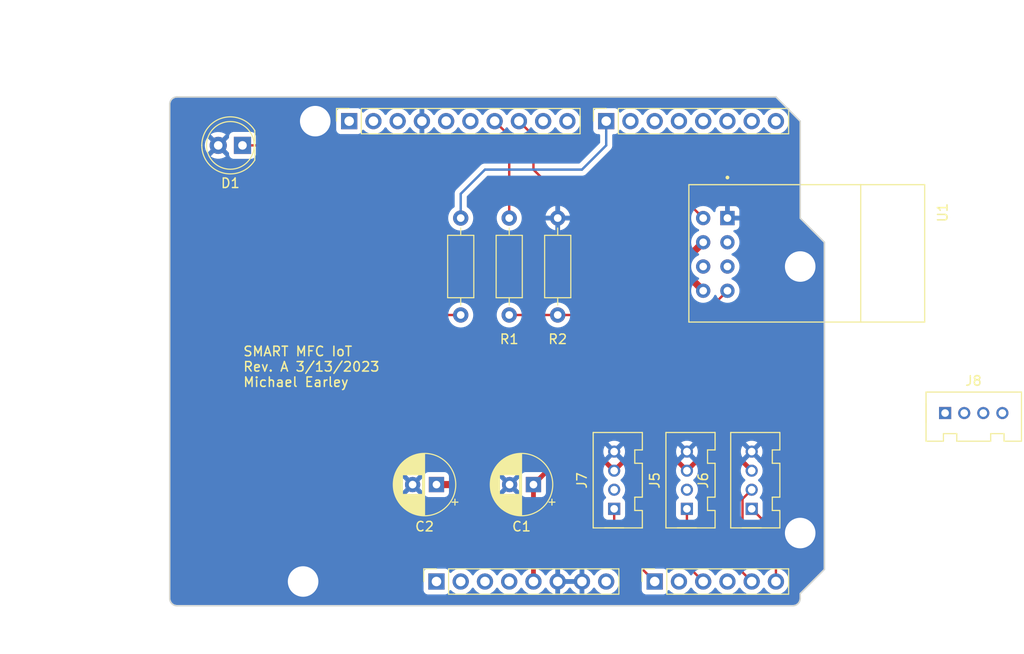
<source format=kicad_pcb>
(kicad_pcb (version 20221018) (generator pcbnew)
  (title_block (date "mar. 31 mars 2015"))
  (layers (0 "F.Cu" signal) (31 "B.Cu" signal) (34 "B.Paste" user) (35 "F.Paste" user) (36 "B.SilkS" user "B.Silkscreen") (37 "F.SilkS" user "F.Silkscreen") (38 "B.Mask" user) (39 "F.Mask" user) (44 "Edge.Cuts" user))
  (net 0 "")
  (net 1 "GND")
  (net 3 "+5V")
  (net 4 "/IOREF")
  (net 5 "/A0")
  (net 6 "/A1")
  (net 7 "/A2")
  (net 8 "/A3")
  (net 9 "/SDA{slash}A4")
  (net 10 "/SCL{slash}A5")
  (net 11 "/13")
  (net 12 "/12")
  (net 13 "/AREF")
  (net 14 "/8")
  (net 15 "/7")
  (net 16 "/*11")
  (net 17 "/*10")
  (net 18 "/*9")
  (net 19 "/4")
  (net 20 "/2")
  (net 21 "/*6")
  (net 22 "/*5")
  (net 23 "/TX{slash}1")
  (net 24 "/*3")
  (net 25 "/RX{slash}0")
  (net 26 "+3V3")
  (net 27 "VCC")
  (net 28 "/~{RESET}")
  (net 29 "Net-(U1-RXD)")
  (net 32 "+3.3V")
  (net 36 "/A4")
  (net 37 "/A5")
  (net 38 "Net-(D1-K)")
  (footprint "Connector_PinSocket_2.54mm:PinSocket_1x08_P2.54mm_Vertical" (layer "F.Cu") (at 127.94 97.46 90)
    (fp_text reference "J1" hide)
    (fp_text value "Power")
    (fp_line (start -1.33 1.27) (end -1.33 19.11) (stroke (width 0.12)) (layer "F.SilkS"))
    (fp_line (start -1.33 1.27) (end 1.33 1.27) (stroke (width 0.12)) (layer "F.SilkS"))
    (fp_line (start -1.33 19.11) (end 1.33 19.11) (stroke (width 0.12)) (layer "F.SilkS"))
    (fp_line (start 0 -1.33) (end 1.33 -1.33) (stroke (width 0.12)) (layer "F.SilkS"))
    (fp_line (start 1.33 -1.33) (end 1.33 0) (stroke (width 0.12)) (layer "F.SilkS"))
    (fp_line (start 1.33 1.27) (end 1.33 19.11) (stroke (width 0.12)) (layer "F.SilkS"))
    (pad "1" thru_hole rect locked (at 0 0 90) (size 1.7 1.7) (drill 1) (layers "*.Cu" "*.Mask"))
    (pad "2" thru_hole oval locked (at 0 2.54 90) (size 1.7 1.7) (drill 1) (layers "*.Cu" "*.Mask") (net 4 "/IOREF"))
    (pad "3" thru_hole oval locked (at 0 5.08 90) (size 1.7 1.7) (drill 1) (layers "*.Cu" "*.Mask") (net 28 "/~{RESET}"))
    (pad "4" thru_hole oval locked (at 0 7.62 90) (size 1.7 1.7) (drill 1) (layers "*.Cu" "*.Mask") (net 26 "+3V3"))
    (pad "5" thru_hole oval locked (at 0 10.16 90) (size 1.7 1.7) (drill 1) (layers "*.Cu" "*.Mask") (net 3 "+5V"))
    (pad "6" thru_hole oval locked (at 0 12.7 90) (size 1.7 1.7) (drill 1) (layers "*.Cu" "*.Mask") (net 1 "GND"))
    (pad "7" thru_hole oval locked (at 0 15.24 90) (size 1.7 1.7) (drill 1) (layers "*.Cu" "*.Mask") (net 1 "GND"))
    (pad "8" thru_hole oval locked (at 0 17.78 90) (size 1.7 1.7) (drill 1) (layers "*.Cu" "*.Mask") (net 27 "VCC"))
  )
  (footprint "Connector_PinSocket_2.54mm:PinSocket_1x06_P2.54mm_Vertical" (layer "F.Cu") (at 150.8 97.46 90)
    (fp_text reference "J3" hide)
    (fp_text value "Analog")
    (fp_line (start -1.33 1.27) (end -1.33 14.03) (stroke (width 0.12)) (layer "F.SilkS"))
    (fp_line (start -1.33 1.27) (end 1.33 1.27) (stroke (width 0.12)) (layer "F.SilkS"))
    (fp_line (start -1.33 14.03) (end 1.33 14.03) (stroke (width 0.12)) (layer "F.SilkS"))
    (fp_line (start 0 -1.33) (end 1.33 -1.33) (stroke (width 0.12)) (layer "F.SilkS"))
    (fp_line (start 1.33 -1.33) (end 1.33 0) (stroke (width 0.12)) (layer "F.SilkS"))
    (fp_line (start 1.33 1.27) (end 1.33 14.03) (stroke (width 0.12)) (layer "F.SilkS"))
    (pad "1" thru_hole rect locked (at 0 0 90) (size 1.7 1.7) (drill 1) (layers "*.Cu" "*.Mask") (net 5 "/A0"))
    (pad "2" thru_hole oval locked (at 0 2.54 90) (size 1.7 1.7) (drill 1) (layers "*.Cu" "*.Mask") (net 6 "/A1"))
    (pad "3" thru_hole oval locked (at 0 5.08 90) (size 1.7 1.7) (drill 1) (layers "*.Cu" "*.Mask") (net 7 "/A2"))
    (pad "4" thru_hole oval locked (at 0 7.62 90) (size 1.7 1.7) (drill 1) (layers "*.Cu" "*.Mask") (net 8 "/A3"))
    (pad "5" thru_hole oval locked (at 0 10.16 90) (size 1.7 1.7) (drill 1) (layers "*.Cu" "*.Mask") (net 36 "/A4"))
    (pad "6" thru_hole oval locked (at 0 12.7 90) (size 1.7 1.7) (drill 1) (layers "*.Cu" "*.Mask") (net 37 "/A5"))
  )
  (footprint "Connector_PinSocket_2.54mm:PinSocket_1x10_P2.54mm_Vertical" (layer "F.Cu") (at 118.796 49.2 90)
    (fp_text reference "J2" hide)
    (fp_text value "Digital/PWM")
    (fp_line (start -1.33 1.27) (end -1.33 24.19) (stroke (width 0.12)) (layer "F.SilkS"))
    (fp_line (start -1.33 1.27) (end 1.33 1.27) (stroke (width 0.12)) (layer "F.SilkS"))
    (fp_line (start -1.33 24.19) (end 1.33 24.19) (stroke (width 0.12)) (layer "F.SilkS"))
    (fp_line (start 0 -1.33) (end 1.33 -1.33) (stroke (width 0.12)) (layer "F.SilkS"))
    (fp_line (start 1.33 -1.33) (end 1.33 0) (stroke (width 0.12)) (layer "F.SilkS"))
    (fp_line (start 1.33 1.27) (end 1.33 24.19) (stroke (width 0.12)) (layer "F.SilkS"))
    (pad "1" thru_hole rect locked (at 0 0 90) (size 1.7 1.7) (drill 1) (layers "*.Cu" "*.Mask") (net 10 "/SCL{slash}A5"))
    (pad "2" thru_hole oval locked (at 0 2.54 90) (size 1.7 1.7) (drill 1) (layers "*.Cu" "*.Mask") (net 9 "/SDA{slash}A4"))
    (pad "3" thru_hole oval locked (at 0 5.08 90) (size 1.7 1.7) (drill 1) (layers "*.Cu" "*.Mask") (net 13 "/AREF"))
    (pad "4" thru_hole oval locked (at 0 7.62 90) (size 1.7 1.7) (drill 1) (layers "*.Cu" "*.Mask") (net 1 "GND"))
    (pad "5" thru_hole oval locked (at 0 10.16 90) (size 1.7 1.7) (drill 1) (layers "*.Cu" "*.Mask") (net 11 "/13"))
    (pad "6" thru_hole oval locked (at 0 12.7 90) (size 1.7 1.7) (drill 1) (layers "*.Cu" "*.Mask") (net 12 "/12"))
    (pad "7" thru_hole oval locked (at 0 15.24 90) (size 1.7 1.7) (drill 1) (layers "*.Cu" "*.Mask") (net 16 "/*11"))
    (pad "8" thru_hole oval locked (at 0 17.78 90) (size 1.7 1.7) (drill 1) (layers "*.Cu" "*.Mask") (net 17 "/*10"))
    (pad "9" thru_hole oval locked (at 0 20.32 90) (size 1.7 1.7) (drill 1) (layers "*.Cu" "*.Mask") (net 18 "/*9"))
    (pad "10" thru_hole oval locked (at 0 22.86 90) (size 1.7 1.7) (drill 1) (layers "*.Cu" "*.Mask") (net 14 "/8"))
  )
  (footprint "Connector_PinSocket_2.54mm:PinSocket_1x08_P2.54mm_Vertical" (layer "F.Cu") (at 145.72 49.2 90)
    (fp_text reference "J4" hide)
    (fp_text value "Digital/PWM")
    (fp_line (start -1.33 1.27) (end -1.33 19.11) (stroke (width 0.12)) (layer "F.SilkS"))
    (fp_line (start -1.33 1.27) (end 1.33 1.27) (stroke (width 0.12)) (layer "F.SilkS"))
    (fp_line (start -1.33 19.11) (end 1.33 19.11) (stroke (width 0.12)) (layer "F.SilkS"))
    (fp_line (start 0 -1.33) (end 1.33 -1.33) (stroke (width 0.12)) (layer "F.SilkS"))
    (fp_line (start 1.33 -1.33) (end 1.33 0) (stroke (width 0.12)) (layer "F.SilkS"))
    (fp_line (start 1.33 1.27) (end 1.33 19.11) (stroke (width 0.12)) (layer "F.SilkS"))
    (pad "1" thru_hole rect locked (at 0 0 90) (size 1.7 1.7) (drill 1) (layers "*.Cu" "*.Mask") (net 15 "/7"))
    (pad "2" thru_hole oval locked (at 0 2.54 90) (size 1.7 1.7) (drill 1) (layers "*.Cu" "*.Mask") (net 21 "/*6"))
    (pad "3" thru_hole oval locked (at 0 5.08 90) (size 1.7 1.7) (drill 1) (layers "*.Cu" "*.Mask") (net 22 "/*5"))
    (pad "4" thru_hole oval locked (at 0 7.62 90) (size 1.7 1.7) (drill 1) (layers "*.Cu" "*.Mask") (net 19 "/4"))
    (pad "5" thru_hole oval locked (at 0 10.16 90) (size 1.7 1.7) (drill 1) (layers "*.Cu" "*.Mask") (net 24 "/*3"))
    (pad "6" thru_hole oval locked (at 0 12.7 90) (size 1.7 1.7) (drill 1) (layers "*.Cu" "*.Mask") (net 20 "/2"))
    (pad "7" thru_hole oval locked (at 0 15.24 90) (size 1.7 1.7) (drill 1) (layers "*.Cu" "*.Mask") (net 23 "/TX{slash}1"))
    (pad "8" thru_hole oval locked (at 0 17.78 90) (size 1.7 1.7) (drill 1) (layers "*.Cu" "*.Mask") (net 25 "/RX{slash}0"))
  )
  (footprint "Resistor_THT:R_Axial_DIN0207_L6.3mm_D2.5mm_P10.16mm_Horizontal" (layer "F.Cu") (at 135.56 59.36 -90)
    (fp_text reference "R1" (at 12.7 0 -180) (layer "F.SilkS"))
    (fp_text value "1000")
    (fp_line (start 1.04 0) (end 1.81 0) (stroke (width 0.12)) (layer "F.SilkS"))
    (fp_line (start 1.81 -1.37) (end 1.81 1.37) (stroke (width 0.12)) (layer "F.SilkS"))
    (fp_line (start 1.81 1.37) (end 8.35 1.37) (stroke (width 0.12)) (layer "F.SilkS"))
    (fp_line (start 8.35 -1.37) (end 1.81 -1.37) (stroke (width 0.12)) (layer "F.SilkS"))
    (fp_line (start 8.35 1.37) (end 8.35 -1.37) (stroke (width 0.12)) (layer "F.SilkS"))
    (fp_line (start 9.12 0) (end 8.35 0) (stroke (width 0.12)) (layer "F.SilkS"))
    (pad "1" thru_hole circle (at 0 0 270) (size 1.6 1.6) (drill 0.8) (layers "*.Cu" "*.Mask") (net 16 "/*11"))
    (pad "2" thru_hole oval (at 10.16 0 270) (size 1.6 1.6) (drill 0.8) (layers "*.Cu" "*.Mask") (net 29 "Net-(U1-RXD)"))
  )
  (footprint "OPL_Connector:HW4-2.0" (layer "F.Cu") (at 146.555 86.84026 90)
    (fp_text reference "J7" (at -0.025 -3.375 90) (layer "F.SilkS"))
    (fp_text value "Light_Sensor")
    (fp_line (start -5.00086 2.95) (end -3.2 2.95) (stroke (width 0.127)) (layer "F.SilkS"))
    (fp_line (start -4.99872 -2.19964) (end -4.99872 2.95) (stroke (width 0.127)) (layer "F.SilkS"))
    (fp_line (start -4.99872 -2.19964) (end 4.99872 -2.19964) (stroke (width 0.127)) (layer "F.SilkS"))
    (fp_line (start -4.99872 -0.99822) (end -4.99872 0.99822) (stroke (width 0.127)) (layer "F.SilkS"))
    (fp_line (start -3.175 2.159) (end -1.778 2.159) (stroke (width 0.127)) (layer "F.SilkS"))
    (fp_line (start -3.175 2.95) (end -3.175 2.159) (stroke (width 0.127)) (layer "F.SilkS"))
    (fp_line (start -1.781 2.95) (end 1.775 2.95) (stroke (width 0.127)) (layer "F.SilkS"))
    (fp_line (start -1.778 2.159) (end -1.778 2.95) (stroke (width 0.127)) (layer "F.SilkS"))
    (fp_line (start 1.775 2.95) (end 1.775 2.159) (stroke (width 0.127)) (layer "F.SilkS"))
    (fp_line (start 1.778 2.159) (end 3.175 2.159) (stroke (width 0.127)) (layer "F.SilkS"))
    (fp_line (start 3.175 2.159) (end 3.175 2.95) (stroke (width 0.127)) (layer "F.SilkS"))
    (fp_line (start 3.175 2.95) (end 5 2.95) (stroke (width 0.127)) (layer "F.SilkS"))
    (fp_line (start 5 2.95) (end 5 -2.19964) (stroke (width 0.127)) (layer "F.SilkS"))
    (pad "1" thru_hole rect (at -2.99974 0 90) (size 1.27 1.27) (drill 0.79756) (layers "*.Cu" "*.Mask") (net 5 "/A0"))
    (pad "2" thru_hole circle (at -0.99822 0 90) (size 1.27 1.27) (drill 0.79756) (layers "*.Cu" "*.Mask"))
    (pad "3" thru_hole circle (at 0.99822 0 90) (size 1.27 1.27) (drill 0.79756) (layers "*.Cu" "*.Mask") (net 3 "+5V"))
    (pad "4" thru_hole circle (at 2.99974 0 90) (size 1.27 1.27) (drill 0.79756) (layers "*.Cu" "*.Mask") (net 1 "GND"))
  )
  (footprint "OPL_Connector:HW4-2.0" (layer "F.Cu") (at 160.96 86.84026 90)
    (fp_text reference "J6" (at -0.025 -5.08 90) (layer "F.SilkS"))
    (fp_text value "Temperature_Sensor")
    (fp_line (start -5.00086 2.95) (end -3.2 2.95) (stroke (width 0.127)) (layer "F.SilkS"))
    (fp_line (start -4.99872 -2.19964) (end -4.99872 2.95) (stroke (width 0.127)) (layer "F.SilkS"))
    (fp_line (start -4.99872 -2.19964) (end 4.99872 -2.19964) (stroke (width 0.127)) (layer "F.SilkS"))
    (fp_line (start -4.99872 -0.99822) (end -4.99872 0.99822) (stroke (width 0.127)) (layer "F.SilkS"))
    (fp_line (start -3.175 2.159) (end -1.778 2.159) (stroke (width 0.127)) (layer "F.SilkS"))
    (fp_line (start -3.175 2.95) (end -3.175 2.159) (stroke (width 0.127)) (layer "F.SilkS"))
    (fp_line (start -1.781 2.95) (end 1.775 2.95) (stroke (width 0.127)) (layer "F.SilkS"))
    (fp_line (start -1.778 2.159) (end -1.778 2.95) (stroke (width 0.127)) (layer "F.SilkS"))
    (fp_line (start 1.775 2.95) (end 1.775 2.159) (stroke (width 0.127)) (layer "F.SilkS"))
    (fp_line (start 1.778 2.159) (end 3.175 2.159) (stroke (width 0.127)) (layer "F.SilkS"))
    (fp_line (start 3.175 2.159) (end 3.175 2.95) (stroke (width 0.127)) (layer "F.SilkS"))
    (fp_line (start 3.175 2.95) (end 5 2.95) (stroke (width 0.127)) (layer "F.SilkS"))
    (fp_line (start 5 2.95) (end 5 -2.19964) (stroke (width 0.127)) (layer "F.SilkS"))
    (pad "1" thru_hole rect (at -2.99974 0 90) (size 1.27 1.27) (drill 0.79756) (layers "*.Cu" "*.Mask") (net 37 "/A5"))
    (pad "2" thru_hole circle (at -0.99822 0 90) (size 1.27 1.27) (drill 0.79756) (layers "*.Cu" "*.Mask") (net 36 "/A4"))
    (pad "3" thru_hole circle (at 0.99822 0 90) (size 1.27 1.27) (drill 0.79756) (layers "*.Cu" "*.Mask") (net 3 "+5V"))
    (pad "4" thru_hole circle (at 2.99974 0 90) (size 1.27 1.27) (drill 0.79756) (layers "*.Cu" "*.Mask") (net 1 "GND"))
  )
  (footprint "Resistor_THT:R_Axial_DIN0207_L6.3mm_D2.5mm_P10.16mm_Horizontal" (layer "F.Cu") (at 130.48 59.36 -90)
    (fp_text reference "R3" hide)
    (fp_text value "R")
    (fp_line (start 1.04 0) (end 1.81 0) (stroke (width 0.12)) (layer "F.SilkS"))
    (fp_line (start 1.81 -1.37) (end 1.81 1.37) (stroke (width 0.12)) (layer "F.SilkS"))
    (fp_line (start 1.81 1.37) (end 8.35 1.37) (stroke (width 0.12)) (layer "F.SilkS"))
    (fp_line (start 8.35 -1.37) (end 1.81 -1.37) (stroke (width 0.12)) (layer "F.SilkS"))
    (fp_line (start 8.35 1.37) (end 8.35 -1.37) (stroke (width 0.12)) (layer "F.SilkS"))
    (fp_line (start 9.12 0) (end 8.35 0) (stroke (width 0.12)) (layer "F.SilkS"))
    (pad "1" thru_hole circle (at 0 0 270) (size 1.6 1.6) (drill 0.8) (layers "*.Cu" "*.Mask") (net 15 "/7"))
    (pad "2" thru_hole oval (at 10.16 0 270) (size 1.6 1.6) (drill 0.8) (layers "*.Cu" "*.Mask") (net 38 "Net-(D1-K)"))
  )
  (footprint "Capacitor_THT:CP_Radial_D6.3mm_P2.50mm" (layer "F.Cu") (at 127.94 87.3 180)
    (fp_text reference "C2" (at 1.25 -4.4) (layer "F.SilkS"))
    (fp_text value "C_Polarized_US")
    (fp_line (start -2.250241 -1.839) (end -1.620241 -1.839) (stroke (width 0.12)) (layer "F.SilkS"))
    (fp_line (start -1.935241 -2.154) (end -1.935241 -1.524) (stroke (width 0.12)) (layer "F.SilkS"))
    (fp_line (start 1.25 -3.23) (end 1.25 3.23) (stroke (width 0.12)) (layer "F.SilkS"))
    (fp_line (start 1.29 -3.23) (end 1.29 3.23) (stroke (width 0.12)) (layer "F.SilkS"))
    (fp_line (start 1.33 -3.23) (end 1.33 3.23) (stroke (width 0.12)) (layer "F.SilkS"))
    (fp_line (start 1.37 -3.228) (end 1.37 3.228) (stroke (width 0.12)) (layer "F.SilkS"))
    (fp_line (start 1.41 -3.227) (end 1.41 3.227) (stroke (width 0.12)) (layer "F.SilkS"))
    (fp_line (start 1.45 -3.224) (end 1.45 3.224) (stroke (width 0.12)) (layer "F.SilkS"))
    (fp_line (start 1.49 -3.222) (end 1.49 -1.04) (stroke (width 0.12)) (layer "F.SilkS"))
    (fp_line (start 1.49 1.04) (end 1.49 3.222) (stroke (width 0.12)) (layer "F.SilkS"))
    (fp_line (start 1.53 -3.218) (end 1.53 -1.04) (stroke (width 0.12)) (layer "F.SilkS"))
    (fp_line (start 1.53 1.04) (end 1.53 3.218) (stroke (width 0.12)) (layer "F.SilkS"))
    (fp_line (start 1.57 -3.215) (end 1.57 -1.04) (stroke (width 0.12)) (layer "F.SilkS"))
    (fp_line (start 1.57 1.04) (end 1.57 3.215) (stroke (width 0.12)) (layer "F.SilkS"))
    (fp_line (start 1.61 -3.211) (end 1.61 -1.04) (stroke (width 0.12)) (layer "F.SilkS"))
    (fp_line (start 1.61 1.04) (end 1.61 3.211) (stroke (width 0.12)) (layer "F.SilkS"))
    (fp_line (start 1.65 -3.206) (end 1.65 -1.04) (stroke (width 0.12)) (layer "F.SilkS"))
    (fp_line (start 1.65 1.04) (end 1.65 3.206) (stroke (width 0.12)) (layer "F.SilkS"))
    (fp_line (start 1.69 -3.201) (end 1.69 -1.04) (stroke (width 0.12)) (layer "F.SilkS"))
    (fp_line (start 1.69 1.04) (end 1.69 3.201) (stroke (width 0.12)) (layer "F.SilkS"))
    (fp_line (start 1.73 -3.195) (end 1.73 -1.04) (stroke (width 0.12)) (layer "F.SilkS"))
    (fp_line (start 1.73 1.04) (end 1.73 3.195) (stroke (width 0.12)) (layer "F.SilkS"))
    (fp_line (start 1.77 -3.189) (end 1.77 -1.04) (stroke (width 0.12)) (layer "F.SilkS"))
    (fp_line (start 1.77 1.04) (end 1.77 3.189) (stroke (width 0.12)) (layer "F.SilkS"))
    (fp_line (start 1.81 -3.182) (end 1.81 -1.04) (stroke (width 0.12)) (layer "F.SilkS"))
    (fp_line (start 1.81 1.04) (end 1.81 3.182) (stroke (width 0.12)) (layer "F.SilkS"))
    (fp_line (start 1.85 -3.175) (end 1.85 -1.04) (stroke (width 0.12)) (layer "F.SilkS"))
    (fp_line (start 1.85 1.04) (end 1.85 3.175) (stroke (width 0.12)) (layer "F.SilkS"))
    (fp_line (start 1.89 -3.167) (end 1.89 -1.04) (stroke (width 0.12)) (layer "F.SilkS"))
    (fp_line (start 1.89 1.04) (end 1.89 3.167) (stroke (width 0.12)) (layer "F.SilkS"))
    (fp_line (start 1.93 -3.159) (end 1.93 -1.04) (stroke (width 0.12)) (layer "F.SilkS"))
    (fp_line (start 1.93 1.04) (end 1.93 3.159) (stroke (width 0.12)) (layer "F.SilkS"))
    (fp_line (start 1.971 -3.15) (end 1.971 -1.04) (stroke (width 0.12)) (layer "F.SilkS"))
    (fp_line (start 1.971 1.04) (end 1.971 3.15) (stroke (width 0.12)) (layer "F.SilkS"))
    (fp_line (start 2.011 -3.141) (end 2.011 -1.04) (stroke (width 0.12)) (layer "F.SilkS"))
    (fp_line (start 2.011 1.04) (end 2.011 3.141) (stroke (width 0.12)) (layer "F.SilkS"))
    (fp_line (start 2.051 -3.131) (end 2.051 -1.04) (stroke (width 0.12)) (layer "F.SilkS"))
    (fp_line (start 2.051 1.04) (end 2.051 3.131) (stroke (width 0.12)) (layer "F.SilkS"))
    (fp_line (start 2.091 -3.121) (end 2.091 -1.04) (stroke (width 0.12)) (layer "F.SilkS"))
    (fp_line (start 2.091 1.04) (end 2.091 3.121) (stroke (width 0.12)) (layer "F.SilkS"))
    (fp_line (start 2.131 -3.11) (end 2.131 -1.04) (stroke (width 0.12)) (layer "F.SilkS"))
    (fp_line (start 2.131 1.04) (end 2.131 3.11) (stroke (width 0.12)) (layer "F.SilkS"))
    (fp_line (start 2.171 -3.098) (end 2.171 -1.04) (stroke (width 0.12)) (layer "F.SilkS"))
    (fp_line (start 2.171 1.04) (end 2.171 3.098) (stroke (width 0.12)) (layer "F.SilkS"))
    (fp_line (start 2.211 -3.086) (end 2.211 -1.04) (stroke (width 0.12)) (layer "F.SilkS"))
    (fp_line (start 2.211 1.04) (end 2.211 3.086) (stroke (width 0.12)) (layer "F.SilkS"))
    (fp_line (start 2.251 -3.074) (end 2.251 -1.04) (stroke (width 0.12)) (layer "F.SilkS"))
    (fp_line (start 2.251 1.04) (end 2.251 3.074) (stroke (width 0.12)) (layer "F.SilkS"))
    (fp_line (start 2.291 -3.061) (end 2.291 -1.04) (stroke (width 0.12)) (layer "F.SilkS"))
    (fp_line (start 2.291 1.04) (end 2.291 3.061) (stroke (width 0.12)) (layer "F.SilkS"))
    (fp_line (start 2.331 -3.047) (end 2.331 -1.04) (stroke (width 0.12)) (layer "F.SilkS"))
    (fp_line (start 2.331 1.04) (end 2.331 3.047) (stroke (width 0.12)) (layer "F.SilkS"))
    (fp_line (start 2.371 -3.033) (end 2.371 -1.04) (stroke (width 0.12)) (layer "F.SilkS"))
    (fp_line (start 2.371 1.04) (end 2.371 3.033) (stroke (width 0.12)) (layer "F.SilkS"))
    (fp_line (start 2.411 -3.018) (end 2.411 -1.04) (stroke (width 0.12)) (layer "F.SilkS"))
    (fp_line (start 2.411 1.04) (end 2.411 3.018) (stroke (width 0.12)) (layer "F.SilkS"))
    (fp_line (start 2.451 -3.002) (end 2.451 -1.04) (stroke (width 0.12)) (layer "F.SilkS"))
    (fp_line (start 2.451 1.04) (end 2.451 3.002) (stroke (width 0.12)) (layer "F.SilkS"))
    (fp_line (start 2.491 -2.986) (end 2.491 -1.04) (stroke (width 0.12)) (layer "F.SilkS"))
    (fp_line (start 2.491 1.04) (end 2.491 2.986) (stroke (width 0.12)) (layer "F.SilkS"))
    (fp_line (start 2.531 -2.97) (end 2.531 -1.04) (stroke (width 0.12)) (layer "F.SilkS"))
    (fp_line (start 2.531 1.04) (end 2.531 2.97) (stroke (width 0.12)) (layer "F.SilkS"))
    (fp_line (start 2.571 -2.952) (end 2.571 -1.04) (stroke (width 0.12)) (layer "F.SilkS"))
    (fp_line (start 2.571 1.04) (end 2.571 2.952) (stroke (width 0.12)) (layer "F.SilkS"))
    (fp_line (start 2.611 -2.934) (end 2.611 -1.04) (stroke (width 0.12)) (layer "F.SilkS"))
    (fp_line (start 2.611 1.04) (end 2.611 2.934) (stroke (width 0.12)) (layer "F.SilkS"))
    (fp_line (start 2.651 -2.916) (end 2.651 -1.04) (stroke (width 0.12)) (layer "F.SilkS"))
    (fp_line (start 2.651 1.04) (end 2.651 2.916) (stroke (width 0.12)) (layer "F.SilkS"))
    (fp_line (start 2.691 -2.896) (end 2.691 -1.04) (stroke (width 0.12)) (layer "F.SilkS"))
    (fp_line (start 2.691 1.04) (end 2.691 2.896) (stroke (width 0.12)) (layer "F.SilkS"))
    (fp_line (start 2.731 -2.876) (end 2.731 -1.04) (stroke (width 0.12)) (layer "F.SilkS"))
    (fp_line (start 2.731 1.04) (end 2.731 2.876) (stroke (width 0.12)) (layer "F.SilkS"))
    (fp_line (start 2.771 -2.856) (end 2.771 -1.04) (stroke (width 0.12)) (layer "F.SilkS"))
    (fp_line (start 2.771 1.04) (end 2.771 2.856) (stroke (width 0.12)) (layer "F.SilkS"))
    (fp_line (start 2.811 -2.834) (end 2.811 -1.04) (stroke (width 0.12)) (layer "F.SilkS"))
    (fp_line (start 2.811 1.04) (end 2.811 2.834) (stroke (width 0.12)) (layer "F.SilkS"))
    (fp_line (start 2.851 -2.812) (end 2.851 -1.04) (stroke (width 0.12)) (layer "F.SilkS"))
    (fp_line (start 2.851 1.04) (end 2.851 2.812) (stroke (width 0.12)) (layer "F.SilkS"))
    (fp_line (start 2.891 -2.79) (end 2.891 -1.04) (stroke (width 0.12)) (layer "F.SilkS"))
    (fp_line (start 2.891 1.04) (end 2.891 2.79) (stroke (width 0.12)) (layer "F.SilkS"))
    (fp_line (start 2.931 -2.766) (end 2.931 -1.04) (stroke (width 0.12)) (layer "F.SilkS"))
    (fp_line (start 2.931 1.04) (end 2.931 2.766) (stroke (width 0.12)) (layer "F.SilkS"))
    (fp_line (start 2.971 -2.742) (end 2.971 -1.04) (stroke (width 0.12)) (layer "F.SilkS"))
    (fp_line (start 2.971 1.04) (end 2.971 2.742) (stroke (width 0.12)) (layer "F.SilkS"))
    (fp_line (start 3.011 -2.716) (end 3.011 -1.04) (stroke (width 0.12)) (layer "F.SilkS"))
    (fp_line (start 3.011 1.04) (end 3.011 2.716) (stroke (width 0.12)) (layer "F.SilkS"))
    (fp_line (start 3.051 -2.69) (end 3.051 -1.04) (stroke (width 0.12)) (layer "F.SilkS"))
    (fp_line (start 3.051 1.04) (end 3.051 2.69) (stroke (width 0.12)) (layer "F.SilkS"))
    (fp_line (start 3.091 -2.664) (end 3.091 -1.04) (stroke (width 0.12)) (layer "F.SilkS"))
    (fp_line (start 3.091 1.04) (end 3.091 2.664) (stroke (width 0.12)) (layer "F.SilkS"))
    (fp_line (start 3.131 -2.636) (end 3.131 -1.04) (stroke (width 0.12)) (layer "F.SilkS"))
    (fp_line (start 3.131 1.04) (end 3.131 2.636) (stroke (width 0.12)) (layer "F.SilkS"))
    (fp_line (start 3.171 -2.607) (end 3.171 -1.04) (stroke (width 0.12)) (layer "F.SilkS"))
    (fp_line (start 3.171 1.04) (end 3.171 2.607) (stroke (width 0.12)) (layer "F.SilkS"))
    (fp_line (start 3.211 -2.578) (end 3.211 -1.04) (stroke (width 0.12)) (layer "F.SilkS"))
    (fp_line (start 3.211 1.04) (end 3.211 2.578) (stroke (width 0.12)) (layer "F.SilkS"))
    (fp_line (start 3.251 -2.548) (end 3.251 -1.04) (stroke (width 0.12)) (layer "F.SilkS"))
    (fp_line (start 3.251 1.04) (end 3.251 2.548) (stroke (width 0.12)) (layer "F.SilkS"))
    (fp_line (start 3.291 -2.516) (end 3.291 -1.04) (stroke (width 0.12)) (layer "F.SilkS"))
    (fp_line (start 3.291 1.04) (end 3.291 2.516) (stroke (width 0.12)) (layer "F.SilkS"))
    (fp_line (start 3.331 -2.484) (end 3.331 -1.04) (stroke (width 0.12)) (layer "F.SilkS"))
    (fp_line (start 3.331 1.04) (end 3.331 2.484) (stroke (width 0.12)) (layer "F.SilkS"))
    (fp_line (start 3.371 -2.45) (end 3.371 -1.04) (stroke (width 0.12)) (layer "F.SilkS"))
    (fp_line (start 3.371 1.04) (end 3.371 2.45) (stroke (width 0.12)) (layer "F.SilkS"))
    (fp_line (start 3.411 -2.416) (end 3.411 -1.04) (stroke (width 0.12)) (layer "F.SilkS"))
    (fp_line (start 3.411 1.04) (end 3.411 2.416) (stroke (width 0.12)) (layer "F.SilkS"))
    (fp_line (start 3.451 -2.38) (end 3.451 -1.04) (stroke (width 0.12)) (layer "F.SilkS"))
    (fp_line (start 3.451 1.04) (end 3.451 2.38) (stroke (width 0.12)) (layer "F.SilkS"))
    (fp_line (start 3.491 -2.343) (end 3.491 -1.04) (stroke (width 0.12)) (layer "F.SilkS"))
    (fp_line (start 3.491 1.04) (end 3.491 2.343) (stroke (width 0.12)) (layer "F.SilkS"))
    (fp_line (start 3.531 -2.305) (end 3.531 -1.04) (stroke (width 0.12)) (layer "F.SilkS"))
    (fp_line (start 3.531 1.04) (end 3.531 2.305) (stroke (width 0.12)) (layer "F.SilkS"))
    (fp_line (start 3.571 -2.265) (end 3.571 2.265) (stroke (width 0.12)) (layer "F.SilkS"))
    (fp_line (start 3.611 -2.224) (end 3.611 2.224) (stroke (width 0.12)) (layer "F.SilkS"))
    (fp_line (start 3.651 -2.182) (end 3.651 2.182) (stroke (width 0.12)) (layer "F.SilkS"))
    (fp_line (start 3.691 -2.137) (end 3.691 2.137) (stroke (width 0.12)) (layer "F.SilkS"))
    (fp_line (start 3.731 -2.092) (end 3.731 2.092) (stroke (width 0.12)) (layer "F.SilkS"))
    (fp_line (start 3.771 -2.044) (end 3.771 2.044) (stroke (width 0.12)) (layer "F.SilkS"))
    (fp_line (start 3.811 -1.995) (end 3.811 1.995) (stroke (width 0.12)) (layer "F.SilkS"))
    (fp_line (start 3.851 -1.944) (end 3.851 1.944) (stroke (width 0.12)) (layer "F.SilkS"))
    (fp_line (start 3.891 -1.89) (end 3.891 1.89) (stroke (width 0.12)) (layer "F.SilkS"))
    (fp_line (start 3.931 -1.834) (end 3.931 1.834) (stroke (width 0.12)) (layer "F.SilkS"))
    (fp_line (start 3.971 -1.776) (end 3.971 1.776) (stroke (width 0.12)) (layer "F.SilkS"))
    (fp_line (start 4.011 -1.714) (end 4.011 1.714) (stroke (width 0.12)) (layer "F.SilkS"))
    (fp_line (start 4.051 -1.65) (end 4.051 1.65) (stroke (width 0.12)) (layer "F.SilkS"))
    (fp_line (start 4.091 -1.581) (end 4.091 1.581) (stroke (width 0.12)) (layer "F.SilkS"))
    (fp_line (start 4.131 -1.509) (end 4.131 1.509) (stroke (width 0.12)) (layer "F.SilkS"))
    (fp_line (start 4.171 -1.432) (end 4.171 1.432) (stroke (width 0.12)) (layer "F.SilkS"))
    (fp_line (start 4.211 -1.35) (end 4.211 1.35) (stroke (width 0.12)) (layer "F.SilkS"))
    (fp_line (start 4.251 -1.262) (end 4.251 1.262) (stroke (width 0.12)) (layer "F.SilkS"))
    (fp_line (start 4.291 -1.165) (end 4.291 1.165) (stroke (width 0.12)) (layer "F.SilkS"))
    (fp_line (start 4.331 -1.059) (end 4.331 1.059) (stroke (width 0.12)) (layer "F.SilkS"))
    (fp_line (start 4.371 -0.94) (end 4.371 0.94) (stroke (width 0.12)) (layer "F.SilkS"))
    (fp_line (start 4.411 -0.802) (end 4.411 0.802) (stroke (width 0.12)) (layer "F.SilkS"))
    (fp_line (start 4.451 -0.633) (end 4.451 0.633) (stroke (width 0.12)) (layer "F.SilkS"))
    (fp_line (start 4.491 -0.402) (end 4.491 0.402) (stroke (width 0.12)) (layer "F.SilkS"))
    (fp_circle (center 1.25 0) (end 4.52 0) (stroke (width 0.12)) (fill none) (layer "F.SilkS"))
    (pad "1" thru_hole rect (at 0 0 180) (size 1.6 1.6) (drill 0.8) (layers "*.Cu" "*.Mask") (net 32 "+3.3V"))
    (pad "2" thru_hole circle (at 2.5 0 180) (size 1.6 1.6) (drill 0.8) (layers "*.Cu" "*.Mask") (net 1 "GND"))
  )
  (footprint "Arduino_MountingHole:MountingHole_3.2mm" (layer "F.Cu") (at 115.24 49.2)
    (fp_text reference "MH1" hide)
    (fp_text value "MountingHole_3.2mm" hide)
    (pad "" np_thru_hole circle locked (at 0 0) (size 3.2 3.2) (drill 3.2) (layers "*.Cu" "*.Mask"))
  )
  (footprint "LED_THT:LED_D5.0mm" (layer "F.Cu") (at 107.62 51.74 180)
    (fp_text reference "D1" (at 1.27 -3.96) (layer "F.SilkS"))
    (fp_text value "Soil Moisture Threshold")
    (fp_line (start -1.29 -1.545) (end -1.29 1.545) (stroke (width 0.12)) (layer "F.SilkS"))
    (fp_arc (start -1.29 -1.54483) (mid 2.072002 -2.880433) (end 4.26 0.000462) (stroke (width 0.12)) (layer "F.SilkS"))
    (fp_arc (start 4.26 -0.000462) (mid 2.072002 2.880433) (end -1.29 1.54483) (stroke (width 0.12)) (layer "F.SilkS"))
    (fp_circle (center 1.27 0) (end 3.77 0) (stroke (width 0.12)) (fill none) (layer "F.SilkS"))
    (pad "1" thru_hole rect (at 0 0 180) (size 1.8 1.8) (drill 0.9) (layers "*.Cu" "*.Mask") (net 38 "Net-(D1-K)"))
    (pad "2" thru_hole circle (at 2.54 0 180) (size 1.8 1.8) (drill 0.9) (layers "*.Cu" "*.Mask") (net 1 "GND"))
  )
  (footprint "Resistor_THT:R_Axial_DIN0207_L6.3mm_D2.5mm_P10.16mm_Horizontal" (layer "F.Cu") (at 140.64 69.52 90)
    (fp_text reference "R2" (at -2.54 0 180) (layer "F.SilkS"))
    (fp_text value "2000")
    (fp_line (start 1.04 0) (end 1.81 0) (stroke (width 0.12)) (layer "F.SilkS"))
    (fp_line (start 1.81 -1.37) (end 1.81 1.37) (stroke (width 0.12)) (layer "F.SilkS"))
    (fp_line (start 1.81 1.37) (end 8.35 1.37) (stroke (width 0.12)) (layer "F.SilkS"))
    (fp_line (start 8.35 -1.37) (end 1.81 -1.37) (stroke (width 0.12)) (layer "F.SilkS"))
    (fp_line (start 8.35 1.37) (end 8.35 -1.37) (stroke (width 0.12)) (layer "F.SilkS"))
    (fp_line (start 9.12 0) (end 8.35 0) (stroke (width 0.12)) (layer "F.SilkS"))
    (pad "1" thru_hole circle (at 0 0 90) (size 1.6 1.6) (drill 0.8) (layers "*.Cu" "*.Mask") (net 29 "Net-(U1-RXD)"))
    (pad "2" thru_hole oval (at 10.16 0 90) (size 1.6 1.6) (drill 0.8) (layers "*.Cu" "*.Mask") (net 1 "GND"))
  )
  (footprint "OPL_Connector:HW4-2.0" (layer "F.Cu") (at 184.22 79.8)
    (fp_text reference "J8" (at -0.025 -3.375) (layer "F.SilkS"))
    (fp_text value "LCD")
    (fp_line (start -5.00086 2.95) (end -3.2 2.95) (stroke (width 0.127)) (layer "F.SilkS"))
    (fp_line (start -4.99872 -2.19964) (end -4.99872 2.95) (stroke (width 0.127)) (layer "F.SilkS"))
    (fp_line (start -4.99872 -2.19964) (end 4.99872 -2.19964) (stroke (width 0.127)) (layer "F.SilkS"))
    (fp_line (start -4.99872 -0.99822) (end -4.99872 0.99822) (stroke (width 0.127)) (layer "F.SilkS"))
    (fp_line (start -3.175 2.159) (end -1.778 2.159) (stroke (width 0.127)) (layer "F.SilkS"))
    (fp_line (start -3.175 2.95) (end -3.175 2.159) (stroke (width 0.127)) (layer "F.SilkS"))
    (fp_line (start -1.781 2.95) (end 1.775 2.95) (stroke (width 0.127)) (layer "F.SilkS"))
    (fp_line (start -1.778 2.159) (end -1.778 2.95) (stroke (width 0.127)) (layer "F.SilkS"))
    (fp_line (start 1.775 2.95) (end 1.775 2.159) (stroke (width 0.127)) (layer "F.SilkS"))
    (fp_line (start 1.778 2.159) (end 3.175 2.159) (stroke (width 0.127)) (layer "F.SilkS"))
    (fp_line (start 3.175 2.159) (end 3.175 2.95) (stroke (width 0.127)) (layer "F.SilkS"))
    (fp_line (start 3.175 2.95) (end 5 2.95) (stroke (width 0.127)) (layer "F.SilkS"))
    (fp_line (start 5 2.95) (end 5 -2.19964) (stroke (width 0.127)) (layer "F.SilkS"))
    (pad "1" thru_hole rect (at -2.99974 0) (size 1.27 1.27) (drill 0.79756) (layers "*.Cu" "*.Mask"))
    (pad "2" thru_hole circle (at -0.99822 0) (size 1.27 1.27) (drill 0.79756) (layers "*.Cu" "*.Mask"))
    (pad "3" thru_hole circle (at 0.99822 0) (size 1.27 1.27) (drill 0.79756) (layers "*.Cu" "*.Mask"))
    (pad "4" thru_hole circle (at 2.99974 0) (size 1.27 1.27) (drill 0.79756) (layers "*.Cu" "*.Mask"))
  )
  (footprint "ESP8266-01_ESP-01:XCVR_ESP8266-01_ESP-01" (layer "F.Cu") (at 166.73 63.17 -90)
    (fp_text reference "U1" (at -4.385 -14.235 90) (layer "F.SilkS"))
    (fp_text value "ESP8266-01/ESP-01")
    (fp_line (start -7.31 -12.35) (end 7.09 -12.35) (stroke (width 0.127)) (layer "F.SilkS"))
    (fp_line (start -7.31 -5.65) (end -7.31 -12.35) (stroke (width 0.127)) (layer "F.SilkS"))
    (fp_line (start -7.31 12.35) (end -7.31 -5.65) (stroke (width 0.127)) (layer "F.SilkS"))
    (fp_line (start 7.09 -12.35) (end 7.09 -5.65) (stroke (width 0.127)) (layer "F.SilkS"))
    (fp_line (start 7.09 -5.65) (end -7.31 -5.65) (stroke (width 0.127)) (layer "F.SilkS"))
    (fp_line (start 7.09 -5.65) (end 7.09 12.35) (stroke (width 0.127)) (layer "F.SilkS"))
    (fp_line (start 7.09 12.35) (end -7.31 12.35) (stroke (width 0.127)) (layer "F.SilkS"))
    (fp_circle (center -8.06 8.31) (end -7.96 8.31) (stroke (width 0.2)) (fill none) (layer "F.SilkS"))
    (pad "1" thru_hole rect (at -3.81 8.31 270) (size 1.5 1.5) (drill 0.8) (layers "*.Cu" "*.Mask") (net 1 "GND"))
    (pad "2" thru_hole circle (at -1.27 8.31 270) (size 1.5 1.5) (drill 0.8) (layers "*.Cu" "*.Mask"))
    (pad "3" thru_hole circle (at 1.27 8.31 270) (size 1.5 1.5) (drill 0.8) (layers "*.Cu" "*.Mask"))
    (pad "4" thru_hole circle (at 3.81 8.31 270) (size 1.5 1.5) (drill 0.8) (layers "*.Cu" "*.Mask") (net 29 "Net-(U1-RXD)"))
    (pad "5" thru_hole circle (at -3.81 10.85 270) (size 1.5 1.5) (drill 0.8) (layers "*.Cu" "*.Mask") (net 17 "/*10"))
    (pad "6" thru_hole circle (at -1.27 10.85 270) (size 1.5 1.5) (drill 0.8) (layers "*.Cu" "*.Mask") (net 32 "+3.3V"))
    (pad "7" thru_hole circle (at 1.27 10.85 270) (size 1.5 1.5) (drill 0.8) (layers "*.Cu" "*.Mask"))
    (pad "8" thru_hole circle (at 3.81 10.85 270) (size 1.5 1.5) (drill 0.8) (layers "*.Cu" "*.Mask") (net 32 "+3.3V"))
  )
  (footprint "Arduino_MountingHole:MountingHole_3.2mm" (layer "F.Cu") (at 113.97 97.46)
    (fp_text reference "MH2" hide)
    (fp_text value "MountingHole_3.2mm" hide)
    (pad "" np_thru_hole circle locked (at 0 0) (size 3.2 3.2) (drill 3.2) (layers "*.Cu" "*.Mask"))
  )
  (footprint "Arduino_MountingHole:MountingHole_3.2mm" (layer "F.Cu") (at 166.04 64.44)
    (fp_text reference "MH3" hide)
    (fp_text value "MountingHole_3.2mm" hide)
    (pad "" np_thru_hole circle locked (at 0 0) (size 3.2 3.2) (drill 3.2) (layers "*.Cu" "*.Mask"))
  )
  (footprint "Arduino_MountingHole:MountingHole_3.2mm" (layer "F.Cu") (at 166.04 92.38)
    (fp_text reference "MH4" hide)
    (fp_text value "MountingHole_3.2mm" hide)
    (pad "" np_thru_hole circle locked (at 0 0) (size 3.2 3.2) (drill 3.2) (layers "*.Cu" "*.Mask"))
  )
  (footprint "Capacitor_THT:CP_Radial_D6.3mm_P2.50mm" (layer "F.Cu") (at 138.1 87.3 180)
    (fp_text reference "C1" (at 1.25 -4.4) (layer "F.SilkS"))
    (fp_text value "C_Polarized_US")
    (fp_line (start -2.250241 -1.839) (end -1.620241 -1.839) (stroke (width 0.12)) (layer "F.SilkS"))
    (fp_line (start -1.935241 -2.154) (end -1.935241 -1.524) (stroke (width 0.12)) (layer "F.SilkS"))
    (fp_line (start 1.25 -3.23) (end 1.25 3.23) (stroke (width 0.12)) (layer "F.SilkS"))
    (fp_line (start 1.29 -3.23) (end 1.29 3.23) (stroke (width 0.12)) (layer "F.SilkS"))
    (fp_line (start 1.33 -3.23) (end 1.33 3.23) (stroke (width 0.12)) (layer "F.SilkS"))
    (fp_line (start 1.37 -3.228) (end 1.37 3.228) (stroke (width 0.12)) (layer "F.SilkS"))
    (fp_line (start 1.41 -3.227) (end 1.41 3.227) (stroke (width 0.12)) (layer "F.SilkS"))
    (fp_line (start 1.45 -3.224) (end 1.45 3.224) (stroke (width 0.12)) (layer "F.SilkS"))
    (fp_line (start 1.49 -3.222) (end 1.49 -1.04) (stroke (width 0.12)) (layer "F.SilkS"))
    (fp_line (start 1.49 1.04) (end 1.49 3.222) (stroke (width 0.12)) (layer "F.SilkS"))
    (fp_line (start 1.53 -3.218) (end 1.53 -1.04) (stroke (width 0.12)) (layer "F.SilkS"))
    (fp_line (start 1.53 1.04) (end 1.53 3.218) (stroke (width 0.12)) (layer "F.SilkS"))
    (fp_line (start 1.57 -3.215) (end 1.57 -1.04) (stroke (width 0.12)) (layer "F.SilkS"))
    (fp_line (start 1.57 1.04) (end 1.57 3.215) (stroke (width 0.12)) (layer "F.SilkS"))
    (fp_line (start 1.61 -3.211) (end 1.61 -1.04) (stroke (width 0.12)) (layer "F.SilkS"))
    (fp_line (start 1.61 1.04) (end 1.61 3.211) (stroke (width 0.12)) (layer "F.SilkS"))
    (fp_line (start 1.65 -3.206) (end 1.65 -1.04) (stroke (width 0.12)) (layer "F.SilkS"))
    (fp_line (start 1.65 1.04) (end 1.65 3.206) (stroke (width 0.12)) (layer "F.SilkS"))
    (fp_line (start 1.69 -3.201) (end 1.69 -1.04) (stroke (width 0.12)) (layer "F.SilkS"))
    (fp_line (start 1.69 1.04) (end 1.69 3.201) (stroke (width 0.12)) (layer "F.SilkS"))
    (fp_line (start 1.73 -3.195) (end 1.73 -1.04) (stroke (width 0.12)) (layer "F.SilkS"))
    (fp_line (start 1.73 1.04) (end 1.73 3.195) (stroke (width 0.12)) (layer "F.SilkS"))
    (fp_line (start 1.77 -3.189) (end 1.77 -1.04) (stroke (width 0.12)) (layer "F.SilkS"))
    (fp_line (start 1.77 1.04) (end 1.77 3.189) (stroke (width 0.12)) (layer "F.SilkS"))
    (fp_line (start 1.81 -3.182) (end 1.81 -1.04) (stroke (width 0.12)) (layer "F.SilkS"))
    (fp_line (start 1.81 1.04) (end 1.81 3.182) (stroke (width 0.12)) (layer "F.SilkS"))
    (fp_line (start 1.85 -3.175) (end 1.85 -1.04) (stroke (width 0.12)) (layer "F.SilkS"))
    (fp_line (start 1.85 1.04) (end 1.85 3.175) (stroke (width 0.12)) (layer "F.SilkS"))
    (fp_line (start 1.89 -3.167) (end 1.89 -1.04) (stroke (width 0.12)) (layer "F.SilkS"))
    (fp_line (start 1.89 1.04) (end 1.89 3.167) (stroke (width 0.12)) (layer "F.SilkS"))
    (fp_line (start 1.93 -3.159) (end 1.93 -1.04) (stroke (width 0.12)) (layer "F.SilkS"))
    (fp_line (start 1.93 1.04) (end 1.93 3.159) (stroke (width 0.12)) (layer "F.SilkS"))
    (fp_line (start 1.971 -3.15) (end 1.971 -1.04) (stroke (width 0.12)) (layer "F.SilkS"))
    (fp_line (start 1.971 1.04) (end 1.971 3.15) (stroke (width 0.12)) (layer "F.SilkS"))
    (fp_line (start 2.011 -3.141) (end 2.011 -1.04) (stroke (width 0.12)) (layer "F.SilkS"))
    (fp_line (start 2.011 1.04) (end 2.011 3.141) (stroke (width 0.12)) (layer "F.SilkS"))
    (fp_line (start 2.051 -3.131) (end 2.051 -1.04) (stroke (width 0.12)) (layer "F.SilkS"))
    (fp_line (start 2.051 1.04) (end 2.051 3.131) (stroke (width 0.12)) (layer "F.SilkS"))
    (fp_line (start 2.091 -3.121) (end 2.091 -1.04) (stroke (width 0.12)) (layer "F.SilkS"))
    (fp_line (start 2.091 1.04) (end 2.091 3.121) (stroke (width 0.12)) (layer "F.SilkS"))
    (fp_line (start 2.131 -3.11) (end 2.131 -1.04) (stroke (width 0.12)) (layer "F.SilkS"))
    (fp_line (start 2.131 1.04) (end 2.131 3.11) (stroke (width 0.12)) (layer "F.SilkS"))
    (fp_line (start 2.171 -3.098) (end 2.171 -1.04) (stroke (width 0.12)) (layer "F.SilkS"))
    (fp_line (start 2.171 1.04) (end 2.171 3.098) (stroke (width 0.12)) (layer "F.SilkS"))
    (fp_line (start 2.211 -3.086) (end 2.211 -1.04) (stroke (width 0.12)) (layer "F.SilkS"))
    (fp_line (start 2.211 1.04) (end 2.211 3.086) (stroke (width 0.12)) (layer "F.SilkS"))
    (fp_line (start 2.251 -3.074) (end 2.251 -1.04) (stroke (width 0.12)) (layer "F.SilkS"))
    (fp_line (start 2.251 1.04) (end 2.251 3.074) (stroke (width 0.12)) (layer "F.SilkS"))
    (fp_line (start 2.291 -3.061) (end 2.291 -1.04) (stroke (width 0.12)) (layer "F.SilkS"))
    (fp_line (start 2.291 1.04) (end 2.291 3.061) (stroke (width 0.12)) (layer "F.SilkS"))
    (fp_line (start 2.331 -3.047) (end 2.331 -1.04) (stroke (width 0.12)) (layer "F.SilkS"))
    (fp_line (start 2.331 1.04) (end 2.331 3.047) (stroke (width 0.12)) (layer "F.SilkS"))
    (fp_line (start 2.371 -3.033) (end 2.371 -1.04) (stroke (width 0.12)) (layer "F.SilkS"))
    (fp_line (start 2.371 1.04) (end 2.371 3.033) (stroke (width 0.12)) (layer "F.SilkS"))
    (fp_line (start 2.411 -3.018) (end 2.411 -1.04) (stroke (width 0.12)) (layer "F.SilkS"))
    (fp_line (start 2.411 1.04) (end 2.411 3.018) (stroke (width 0.12)) (layer "F.SilkS"))
    (fp_line (start 2.451 -3.002) (end 2.451 -1.04) (stroke (width 0.12)) (layer "F.SilkS"))
    (fp_line (start 2.451 1.04) (end 2.451 3.002) (stroke (width 0.12)) (layer "F.SilkS"))
    (fp_line (start 2.491 -2.986) (end 2.491 -1.04) (stroke (width 0.12)) (layer "F.SilkS"))
    (fp_line (start 2.491 1.04) (end 2.491 2.986) (stroke (width 0.12)) (layer "F.SilkS"))
    (fp_line (start 2.531 -2.97) (end 2.531 -1.04) (stroke (width 0.12)) (layer "F.SilkS"))
    (fp_line (start 2.531 1.04) (end 2.531 2.97) (stroke (width 0.12)) (layer "F.SilkS"))
    (fp_line (start 2.571 -2.952) (end 2.571 -1.04) (stroke (width 0.12)) (layer "F.SilkS"))
    (fp_line (start 2.571 1.04) (end 2.571 2.952) (stroke (width 0.12)) (layer "F.SilkS"))
    (fp_line (start 2.611 -2.934) (end 2.611 -1.04) (stroke (width 0.12)) (layer "F.SilkS"))
    (fp_line (start 2.611 1.04) (end 2.611 2.934) (stroke (width 0.12)) (layer "F.SilkS"))
    (fp_line (start 2.651 -2.916) (end 2.651 -1.04) (stroke (width 0.12)) (layer "F.SilkS"))
    (fp_line (start 2.651 1.04) (end 2.651 2.916) (stroke (width 0.12)) (layer "F.SilkS"))
    (fp_line (start 2.691 -2.896) (end 2.691 -1.04) (stroke (width 0.12)) (layer "F.SilkS"))
    (fp_line (start 2.691 1.04) (end 2.691 2.896) (stroke (width 0.12)) (layer "F.SilkS"))
    (fp_line (start 2.731 -2.876) (end 2.731 -1.04) (stroke (width 0.12)) (layer "F.SilkS"))
    (fp_line (start 2.731 1.04) (end 2.731 2.876) (stroke (width 0.12)) (layer "F.SilkS"))
    (fp_line (start 2.771 -2.856) (end 2.771 -1.04) (stroke (width 0.12)) (layer "F.SilkS"))
    (fp_line (start 2.771 1.04) (end 2.771 2.856) (stroke (width 0.12)) (layer "F.SilkS"))
    (fp_line (start 2.811 -2.834) (end 2.811 -1.04) (stroke (width 0.12)) (layer "F.SilkS"))
    (fp_line (start 2.811 1.04) (end 2.811 2.834) (stroke (width 0.12)) (layer "F.SilkS"))
    (fp_line (start 2.851 -2.812) (end 2.851 -1.04) (stroke (width 0.12)) (layer "F.SilkS"))
    (fp_line (start 2.851 1.04) (end 2.851 2.812) (stroke (width 0.12)) (layer "F.SilkS"))
    (fp_line (start 2.891 -2.79) (end 2.891 -1.04) (stroke (width 0.12)) (layer "F.SilkS"))
    (fp_line (start 2.891 1.04) (end 2.891 2.79) (stroke (width 0.12)) (layer "F.SilkS"))
    (fp_line (start 2.931 -2.766) (end 2.931 -1.04) (stroke (width 0.12)) (layer "F.SilkS"))
    (fp_line (start 2.931 1.04) (end 2.931 2.766) (stroke (width 0.12)) (layer "F.SilkS"))
    (fp_line (start 2.971 -2.742) (end 2.971 -1.04) (stroke (width 0.12)) (layer "F.SilkS"))
    (fp_line (start 2.971 1.04) (end 2.971 2.742) (stroke (width 0.12)) (layer "F.SilkS"))
    (fp_line (start 3.011 -2.716) (end 3.011 -1.04) (stroke (width 0.12)) (layer "F.SilkS"))
    (fp_line (start 3.011 1.04) (end 3.011 2.716) (stroke (width 0.12)) (layer "F.SilkS"))
    (fp_line (start 3.051 -2.69) (end 3.051 -1.04) (stroke (width 0.12)) (layer "F.SilkS"))
    (fp_line (start 3.051 1.04) (end 3.051 2.69) (stroke (width 0.12)) (layer "F.SilkS"))
    (fp_line (start 3.091 -2.664) (end 3.091 -1.04) (stroke (width 0.12)) (layer "F.SilkS"))
    (fp_line (start 3.091 1.04) (end 3.091 2.664) (stroke (width 0.12)) (layer "F.SilkS"))
    (fp_line (start 3.131 -2.636) (end 3.131 -1.04) (stroke (width 0.12)) (layer "F.SilkS"))
    (fp_line (start 3.131 1.04) (end 3.131 2.636) (stroke (width 0.12)) (layer "F.SilkS"))
    (fp_line (start 3.171 -2.607) (end 3.171 -1.04) (stroke (width 0.12)) (layer "F.SilkS"))
    (fp_line (start 3.171 1.04) (end 3.171 2.607) (stroke (width 0.12)) (layer "F.SilkS"))
    (fp_line (start 3.211 -2.578) (end 3.211 -1.04) (stroke (width 0.12)) (layer "F.SilkS"))
    (fp_line (start 3.211 1.04) (end 3.211 2.578) (stroke (width 0.12)) (layer "F.SilkS"))
    (fp_line (start 3.251 -2.548) (end 3.251 -1.04) (stroke (width 0.12)) (layer "F.SilkS"))
    (fp_line (start 3.251 1.04) (end 3.251 2.548) (stroke (width 0.12)) (layer "F.SilkS"))
    (fp_line (start 3.291 -2.516) (end 3.291 -1.04) (stroke (width 0.12)) (layer "F.SilkS"))
    (fp_line (start 3.291 1.04) (end 3.291 2.516) (stroke (width 0.12)) (layer "F.SilkS"))
    (fp_line (start 3.331 -2.484) (end 3.331 -1.04) (stroke (width 0.12)) (layer "F.SilkS"))
    (fp_line (start 3.331 1.04) (end 3.331 2.484) (stroke (width 0.12)) (layer "F.SilkS"))
    (fp_line (start 3.371 -2.45) (end 3.371 -1.04) (stroke (width 0.12)) (layer "F.SilkS"))
    (fp_line (start 3.371 1.04) (end 3.371 2.45) (stroke (width 0.12)) (layer "F.SilkS"))
    (fp_line (start 3.411 -2.416) (end 3.411 -1.04) (stroke (width 0.12)) (layer "F.SilkS"))
    (fp_line (start 3.411 1.04) (end 3.411 2.416) (stroke (width 0.12)) (layer "F.SilkS"))
    (fp_line (start 3.451 -2.38) (end 3.451 -1.04) (stroke (width 0.12)) (layer "F.SilkS"))
    (fp_line (start 3.451 1.04) (end 3.451 2.38) (stroke (width 0.12)) (layer "F.SilkS"))
    (fp_line (start 3.491 -2.343) (end 3.491 -1.04) (stroke (width 0.12)) (layer "F.SilkS"))
    (fp_line (start 3.491 1.04) (end 3.491 2.343) (stroke (width 0.12)) (layer "F.SilkS"))
    (fp_line (start 3.531 -2.305) (end 3.531 -1.04) (stroke (width 0.12)) (layer "F.SilkS"))
    (fp_line (start 3.531 1.04) (end 3.531 2.305) (stroke (width 0.12)) (layer "F.SilkS"))
    (fp_line (start 3.571 -2.265) (end 3.571 2.265) (stroke (width 0.12)) (layer "F.SilkS"))
    (fp_line (start 3.611 -2.224) (end 3.611 2.224) (stroke (width 0.12)) (layer "F.SilkS"))
    (fp_line (start 3.651 -2.182) (end 3.651 2.182) (stroke (width 0.12)) (layer "F.SilkS"))
    (fp_line (start 3.691 -2.137) (end 3.691 2.137) (stroke (width 0.12)) (layer "F.SilkS"))
    (fp_line (start 3.731 -2.092) (end 3.731 2.092) (stroke (width 0.12)) (layer "F.SilkS"))
    (fp_line (start 3.771 -2.044) (end 3.771 2.044) (stroke (width 0.12)) (layer "F.SilkS"))
    (fp_line (start 3.811 -1.995) (end 3.811 1.995) (stroke (width 0.12)) (layer "F.SilkS"))
    (fp_line (start 3.851 -1.944) (end 3.851 1.944) (stroke (width 0.12)) (layer "F.SilkS"))
    (fp_line (start 3.891 -1.89) (end 3.891 1.89) (stroke (width 0.12)) (layer "F.SilkS"))
    (fp_line (start 3.931 -1.834) (end 3.931 1.834) (stroke (width 0.12)) (layer "F.SilkS"))
    (fp_line (start 3.971 -1.776) (end 3.971 1.776) (stroke (width 0.12)) (layer "F.SilkS"))
    (fp_line (start 4.011 -1.714) (end 4.011 1.714) (stroke (width 0.12)) (layer "F.SilkS"))
    (fp_line (start 4.051 -1.65) (end 4.051 1.65) (stroke (width 0.12)) (layer "F.SilkS"))
    (fp_line (start 4.091 -1.581) (end 4.091 1.581) (stroke (width 0.12)) (layer "F.SilkS"))
    (fp_line (start 4.131 -1.509) (end 4.131 1.509) (stroke (width 0.12)) (layer "F.SilkS"))
    (fp_line (start 4.171 -1.432) (end 4.171 1.432) (stroke (width 0.12)) (layer "F.SilkS"))
    (fp_line (start 4.211 -1.35) (end 4.211 1.35) (stroke (width 0.12)) (layer "F.SilkS"))
    (fp_line (start 4.251 -1.262) (end 4.251 1.262) (stroke (width 0.12)) (layer "F.SilkS"))
    (fp_line (start 4.291 -1.165) (end 4.291 1.165) (stroke (width 0.12)) (layer "F.SilkS"))
    (fp_line (start 4.331 -1.059) (end 4.331 1.059) (stroke (width 0.12)) (layer "F.SilkS"))
    (fp_line (start 4.371 -0.94) (end 4.371 0.94) (stroke (width 0.12)) (layer "F.SilkS"))
    (fp_line (start 4.411 -0.802) (end 4.411 0.802) (stroke (width 0.12)) (layer "F.SilkS"))
    (fp_line (start 4.451 -0.633) (end 4.451 0.633) (stroke (width 0.12)) (layer "F.SilkS"))
    (fp_line (start 4.491 -0.402) (end 4.491 0.402) (stroke (width 0.12)) (layer "F.SilkS"))
    (fp_circle (center 1.25 0) (end 4.52 0) (stroke (width 0.12)) (fill none) (layer "F.SilkS"))
    (pad "1" thru_hole rect (at 0 0 180) (size 1.6 1.6) (drill 0.8) (layers "*.Cu" "*.Mask") (net 3 "+5V"))
    (pad "2" thru_hole circle (at 2.5 0 180) (size 1.6 1.6) (drill 0.8) (layers "*.Cu" "*.Mask") (net 1 "GND"))
  )
  (footprint "OPL_Connector:HW4-2.0" (layer "F.Cu") (at 154.175 86.84026 90)
    (fp_text reference "J5" (at -0.025 -3.375 90) (layer "F.SilkS"))
    (fp_text value "Soil_Moisture_Sensor")
    (fp_line (start -5.00086 2.95) (end -3.2 2.95) (stroke (width 0.127)) (layer "F.SilkS"))
    (fp_line (start -4.99872 -2.19964) (end -4.99872 2.95) (stroke (width 0.127)) (layer "F.SilkS"))
    (fp_line (start -4.99872 -2.19964) (end 4.99872 -2.19964) (stroke (width 0.127)) (layer "F.SilkS"))
    (fp_line (start -4.99872 -0.99822) (end -4.99872 0.99822) (stroke (width 0.127)) (layer "F.SilkS"))
    (fp_line (start -3.175 2.159) (end -1.778 2.159) (stroke (width 0.127)) (layer "F.SilkS"))
    (fp_line (start -3.175 2.95) (end -3.175 2.159) (stroke (width 0.127)) (layer "F.SilkS"))
    (fp_line (start -1.781 2.95) (end 1.775 2.95) (stroke (width 0.127)) (layer "F.SilkS"))
    (fp_line (start -1.778 2.159) (end -1.778 2.95) (stroke (width 0.127)) (layer "F.SilkS"))
    (fp_line (start 1.775 2.95) (end 1.775 2.159) (stroke (width 0.127)) (layer "F.SilkS"))
    (fp_line (start 1.778 2.159) (end 3.175 2.159) (stroke (width 0.127)) (layer "F.SilkS"))
    (fp_line (start 3.175 2.159) (end 3.175 2.95) (stroke (width 0.127)) (layer "F.SilkS"))
    (fp_line (start 3.175 2.95) (end 5 2.95) (stroke (width 0.127)) (layer "F.SilkS"))
    (fp_line (start 5 2.95) (end 5 -2.19964) (stroke (width 0.127)) (layer "F.SilkS"))
    (pad "1" thru_hole rect (at -2.99974 0 90) (size 1.27 1.27) (drill 0.79756) (layers "*.Cu" "*.Mask") (net 7 "/A2"))
    (pad "2" thru_hole circle (at -0.99822 0 90) (size 1.27 1.27) (drill 0.79756) (layers "*.Cu" "*.Mask"))
    (pad "3" thru_hole circle (at 0.99822 0 90) (size 1.27 1.27) (drill 0.79756) (layers "*.Cu" "*.Mask") (net 3 "+5V"))
    (pad "4" thru_hole circle (at 2.99974 0 90) (size 1.27 1.27) (drill 0.79756) (layers "*.Cu" "*.Mask") (net 1 "GND"))
  )
  (gr_line (start 166.04 59.36) (end 168.58 61.9) (stroke (width 0.15)) (layer "Edge.Cuts"))
  (gr_line (start 100 99.238) (end 100 47.422) (stroke (width 0.15)) (layer "Edge.Cuts"))
  (gr_line (start 168.58 61.9) (end 168.58 96.19) (stroke (width 0.15)) (layer "Edge.Cuts"))
  (gr_line (start 165.278 100) (end 100.762 100) (stroke (width 0.15)) (layer "Edge.Cuts"))
  (gr_line (start 100.762 46.66) (end 163.5 46.66) (stroke (width 0.15)) (layer "Edge.Cuts"))
  (gr_arc (start 100.762 100) (mid 100.223185 99.776815) (end 100 99.238) (stroke (width 0.15)) (layer "Edge.Cuts"))
  (gr_line (start 168.58 96.19) (end 166.04 98.73) (stroke (width 0.15)) (layer "Edge.Cuts"))
  (gr_line (start 163.5 46.66) (end 166.04 49.2) (stroke (width 0.15)) (layer "Edge.Cuts"))
  (gr_arc (start 166.04 99.238) (mid 165.816815 99.776815) (end 165.278 100) (stroke (width 0.15)) (layer "Edge.Cuts"))
  (gr_line (start 166.04 49.2) (end 166.04 59.36) (stroke (width 0.15)) (layer "Edge.Cuts"))
  (gr_line (start 166.04 98.73) (end 166.04 99.238) (stroke (width 0.15)) (layer "Edge.Cuts"))
  (gr_arc (start 100 47.422) (mid 100.223185 46.883185) (end 100.762 46.66) (stroke (width 0.15)) (layer "Edge.Cuts"))
  (gr_text "SMART MFC IoT\nRev. A 3/13/2023\nMichael Earley" (at 107.62 77.14) (layer "F.SilkS") (effects (font (size 1 1) (thickness 0.153)) (justify left bottom)))
  (segment (start 138.1 97.46) (end 138.1 87.3) (width 0.5) (layer "F.Cu") (net 3))
  (segment (start 153.09296 84.76) (end 154.175 85.84204) (width 0.5) (layer "F.Cu") (net 3))
  (segment (start 145.47296 84.76) (end 146.555 85.84204) (width 0.5) (layer "F.Cu") (net 3))
  (segment (start 138.1 87.3) (end 140.64 84.76) (width 0.5) (layer "F.Cu") (net 3))
  (segment (start 146.555 85.84204) (end 147.63704 84.76) (width 0.5) (layer "F.Cu") (net 3))
  (segment (start 154.175 85.84204) (end 155.25704 84.76) (width 0.5) (layer "F.Cu") (net 3))
  (segment (start 147.63704 84.76) (end 153.09296 84.76) (width 0.5) (layer "F.Cu") (net 3))
  (segment (start 155.25704 84.76) (end 159.87796 84.76) (width 0.5) (layer "F.Cu") (net 3))
  (segment (start 159.87796 84.76) (end 160.96 85.84204) (width 0.5) (layer "F.Cu") (net 3))
  (segment (start 138.14 97.42) (end 138.1 97.46) (width 0.25) (layer "F.Cu") (net 3))
  (segment (start 140.64 84.76) (end 145.47296 84.76) (width 0.5) (layer "F.Cu") (net 3))
  (segment (start 146.555 93.215) (end 150.8 97.46) (width 0.25) (layer "F.Cu") (net 5))
  (segment (start 146.555 89.84) (end 146.555 93.215) (width 0.25) (layer "F.Cu") (net 5))
  (segment (start 154.175 89.84) (end 154.175 95.755) (width 0.25) (layer "F.Cu") (net 7))
  (segment (start 154.175 95.755) (end 155.88 97.46) (width 0.25) (layer "F.Cu") (net 7))
  (segment (start 121.336 49.2) (end 121.336 49.39) (width 0.25) (layer "F.Cu") (net 9))
  (segment (start 143.18 54.28) (end 133.02 54.28) (width 0.25) (layer "B.Cu") (net 15))
  (segment (start 145.72 51.74) (end 143.18 54.28) (width 0.25) (layer "B.Cu") (net 15))
  (segment (start 145.72 49.2) (end 145.72 51.74) (width 0.25) (layer "B.Cu") (net 15))
  (segment (start 133.02 54.28) (end 130.48 56.82) (width 0.25) (layer "B.Cu") (net 15))
  (segment (start 130.48 56.82) (end 130.48 59.36) (width 0.25) (layer "B.Cu") (net 15))
  (segment (start 134.036 49.2) (end 135.56 50.724) (width 0.25) (layer "F.Cu") (net 16))
  (segment (start 135.56 50.724) (end 135.56 59.36) (width 0.25) (layer "F.Cu") (net 16))
  (segment (start 136.576 49.2) (end 138.1 50.724) (width 0.25) (layer "F.Cu") (net 17))
  (segment (start 138.1 54.28) (end 140.64 56.82) (width 0.25) (layer "F.Cu") (net 17))
  (segment (start 140.64 56.82) (end 153.34 56.82) (width 0.25) (layer "F.Cu") (net 17))
  (segment (start 153.34 56.82) (end 155.88 59.36) (width 0.25) (layer "F.Cu") (net 17))
  (segment (start 138.1 50.724) (end 138.1 54.28) (width 0.25) (layer "F.Cu") (net 17))
  (segment (start 140.64 69.52) (end 155.88 69.52) (width 0.25) (layer "F.Cu") (net 29))
  (segment (start 135.56 69.52) (end 140.64 69.52) (width 0.25) (layer "F.Cu") (net 29))
  (segment (start 155.88 69.52) (end 158.42 66.98) (width 0.25) (layer "F.Cu") (net 29))
  (segment (start 153.34 64.44) (end 135.56 64.44) (width 0.75) (layer "F.Cu") (net 32))
  (segment (start 155.88 61.9) (end 153.34 64.44) (width 0.75) (layer "F.Cu") (net 32))
  (segment (start 133.02 66.98) (end 133.02 84.76) (width 0.75) (layer "F.Cu") (net 32))
  (segment (start 155.88 66.98) (end 153.34 64.44) (width 0.75) (layer "F.Cu") (net 32))
  (segment (start 135.56 64.44) (end 133.02 66.98) (width 0.75) (layer "F.Cu") (net 32))
  (segment (start 130.48 87.3) (end 127.94 87.3) (width 0.75) (layer "F.Cu") (net 32))
  (segment (start 133.02 84.76) (end 130.48 87.3) (width 0.75) (layer "F.Cu") (net 32))
  (segment (start 160 96.5) (end 160.96 97.46) (width 0.25) (layer "F.Cu") (net 36))
  (segment (start 160 88.79848) (end 160 96.5) (width 0.25) (layer "F.Cu") (net 36))
  (segment (start 160.96 87.83848) (end 160 88.79848) (width 0.25) (layer "F.Cu") (net 36))
  (segment (start 160.96 89.84) (end 163.5 92.38) (width 0.25) (layer "F.Cu") (net 37))
  (segment (start 163.5 92.38) (end 163.5 97.46) (width 0.25) (layer "F.Cu") (net 37))
  (segment (start 117.78 66.98) (end 120.32 69.52) (width 0.25) (layer "F.Cu") (net 38))
  (segment (start 120.32 69.52) (end 130.48 69.52) (width 0.25) (layer "F.Cu") (net 38))
  (segment (start 107.62 51.74) (end 115.24 51.74) (width 0.25) (layer "F.Cu") (net 38))
  (segment (start 115.24 51.74) (end 117.78 54.28) (width 0.25) (layer "F.Cu") (net 38))
  (segment (start 117.78 54.28) (end 117.78 66.98) (width 0.25) (layer "F.Cu") (net 38))
  (zone (net 1) (net_name "GND") (layer "B.Cu") (connect_pads (clearance 0.508)) (min_thickness 0.25) (fill yes (thermal_gap 0.5) (thermal_bridge_width 0.5))
    (polygon (pts (xy 178.74 105.08) (xy 178.74 39.04) (xy 82.22 36.5) (xy 84.76 105.08)))
  )
)
</source>
